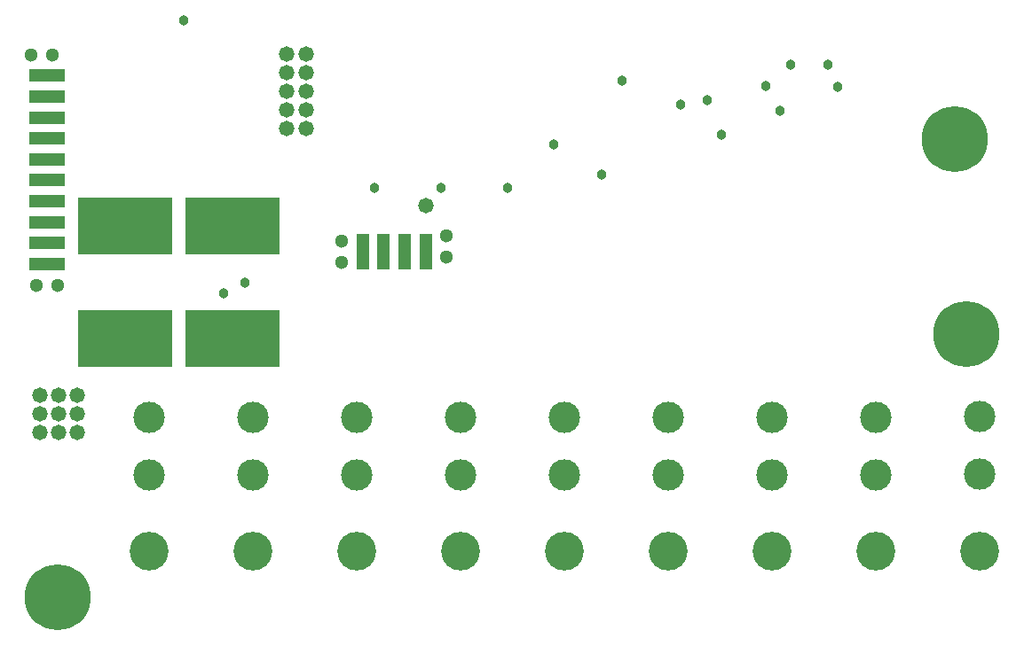
<source format=gbr>
%TF.GenerationSoftware,Altium Limited,Altium Designer,23.4.1 (23)*%
G04 Layer_Color=16711935*
%FSLAX45Y45*%
%MOMM*%
%TF.SameCoordinates,D7948EBF-BAFE-4555-BCF9-67E6E8CB6B5E*%
%TF.FilePolarity,Negative*%
%TF.FileFunction,Soldermask,Bot*%
%TF.Part,Single*%
G01*
G75*
%TA.AperFunction,ComponentPad*%
%ADD32C,1.30000*%
%TA.AperFunction,SMDPad,CuDef*%
%ADD38R,1.30000X3.50000*%
%ADD39R,3.50000X1.30000*%
%TA.AperFunction,ComponentPad*%
%ADD55C,3.00320*%
%ADD56C,3.70320*%
%ADD57C,6.30320*%
%TA.AperFunction,ViaPad*%
%ADD58C,0.96520*%
%ADD59C,1.47320*%
%TA.AperFunction,SMDPad,CuDef*%
%ADD60R,8.95320X5.40320*%
D32*
X6002400Y6300800D02*
D03*
Y6500800D02*
D03*
X7002400Y6550800D02*
D03*
Y6350800D02*
D03*
X3039300Y8283300D02*
D03*
X3239300D02*
D03*
X3089300Y6083300D02*
D03*
X3289300D02*
D03*
D38*
X6202400Y6400800D02*
D03*
X6402400D02*
D03*
X6602400D02*
D03*
X6802400D02*
D03*
D39*
X3189300Y7283300D02*
D03*
Y7083300D02*
D03*
Y6883300D02*
D03*
Y6683300D02*
D03*
Y6483300D02*
D03*
Y6283300D02*
D03*
Y7483300D02*
D03*
Y7683300D02*
D03*
Y7883300D02*
D03*
Y8083300D02*
D03*
D55*
X12090400Y4273300D02*
D03*
Y4823300D02*
D03*
X11099800Y4819700D02*
D03*
Y4269700D02*
D03*
X10109200Y4819700D02*
D03*
Y4269700D02*
D03*
X9118600Y4819700D02*
D03*
Y4269700D02*
D03*
X8128000Y4819700D02*
D03*
Y4269700D02*
D03*
X7137400Y4819700D02*
D03*
Y4269700D02*
D03*
X6146800Y4819700D02*
D03*
Y4269700D02*
D03*
X5156200Y4819700D02*
D03*
Y4269700D02*
D03*
X4165600Y4819700D02*
D03*
Y4269700D02*
D03*
D56*
X12090400Y3543300D02*
D03*
X11099800Y3539700D02*
D03*
X10109200D02*
D03*
X9118600D02*
D03*
X8128000D02*
D03*
X7137400D02*
D03*
X6146800D02*
D03*
X5156200D02*
D03*
X4165600D02*
D03*
D57*
X11850700Y7476900D02*
D03*
X11965000Y5610000D02*
D03*
X3290900Y3095400D02*
D03*
D58*
X10287000Y8191500D02*
D03*
X8026400Y7429500D02*
D03*
X8483600Y7137400D02*
D03*
X6946900Y7010400D02*
D03*
X6311900D02*
D03*
X7581900D02*
D03*
X8674100Y8039100D02*
D03*
X5080000Y6108700D02*
D03*
X4876800Y6007100D02*
D03*
X4495800Y8610600D02*
D03*
X10045700Y7988300D02*
D03*
X9232900Y7810500D02*
D03*
X9486900Y7848600D02*
D03*
X10185400Y7747000D02*
D03*
X10642600Y8191500D02*
D03*
X9626600Y7518400D02*
D03*
X10731500Y7975600D02*
D03*
D59*
X6807200Y6845300D02*
D03*
X5664200Y7581900D02*
D03*
X5473700D02*
D03*
X5664200Y7759700D02*
D03*
X5473700D02*
D03*
X5664200Y7937500D02*
D03*
X5473700D02*
D03*
X5664200Y8115300D02*
D03*
X5473700D02*
D03*
X5664200Y8293100D02*
D03*
X5473700D02*
D03*
X3479800Y5029200D02*
D03*
X3302000D02*
D03*
X3124200D02*
D03*
Y4673600D02*
D03*
Y4851400D02*
D03*
X3302000D02*
D03*
Y4673600D02*
D03*
X3479800D02*
D03*
Y4851400D02*
D03*
D60*
X4961947Y6650300D02*
D03*
Y5570300D02*
D03*
X3933247Y6650300D02*
D03*
Y5570300D02*
D03*
%TF.MD5,fb9c50b4baa2c03433cce08e246392ac*%
M02*

</source>
